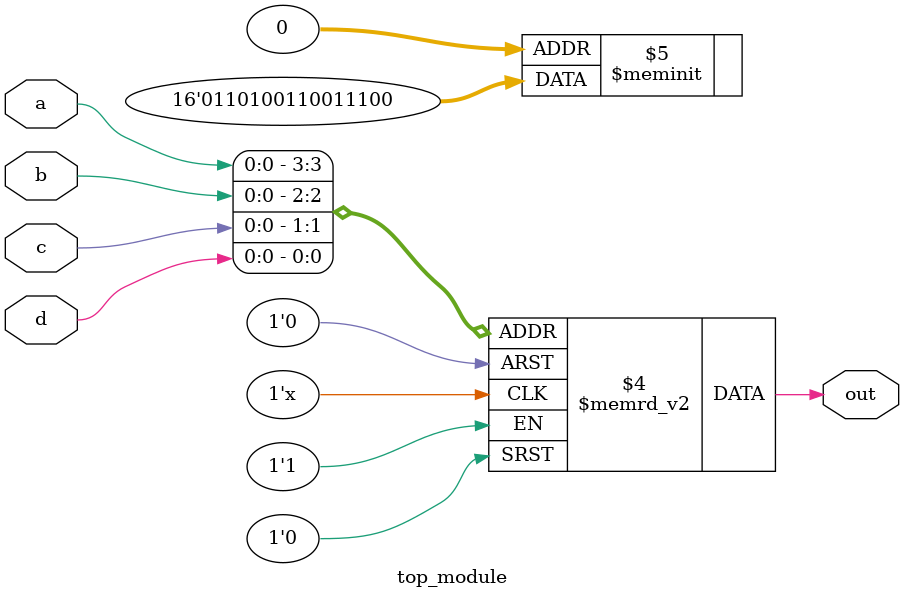
<source format=sv>
module top_module (
	input a,
	input b,
	input c,
	input d,
	output reg out
);
	always @(*) begin
		case ({a, b, c, d})
			4'b0000: out = 1'b0;
			4'b0001: out = 1'b0;
			4'b0010: out = 1'b1;
			4'b0011: out = 1'b1;
			4'b0100: out = 1'b1;
			4'b0101: out = 1'b0;
			4'b0110: out = 1'b0;
			4'b0111: out = 1'b1;
			4'b1000: out = 1'b1;
			4'b1001: out = 1'b0;
			4'b1010: out = 1'b0;
			4'b1011: out = 1'b1;
			4'b1100: out = 1'b0;
			4'b1101: out = 1'b1;
			4'b1110: out = 1'b1;
			4'b1111: out = 1'b0;
			default: out = 1'b0;
		endcase
	end
endmodule

</source>
